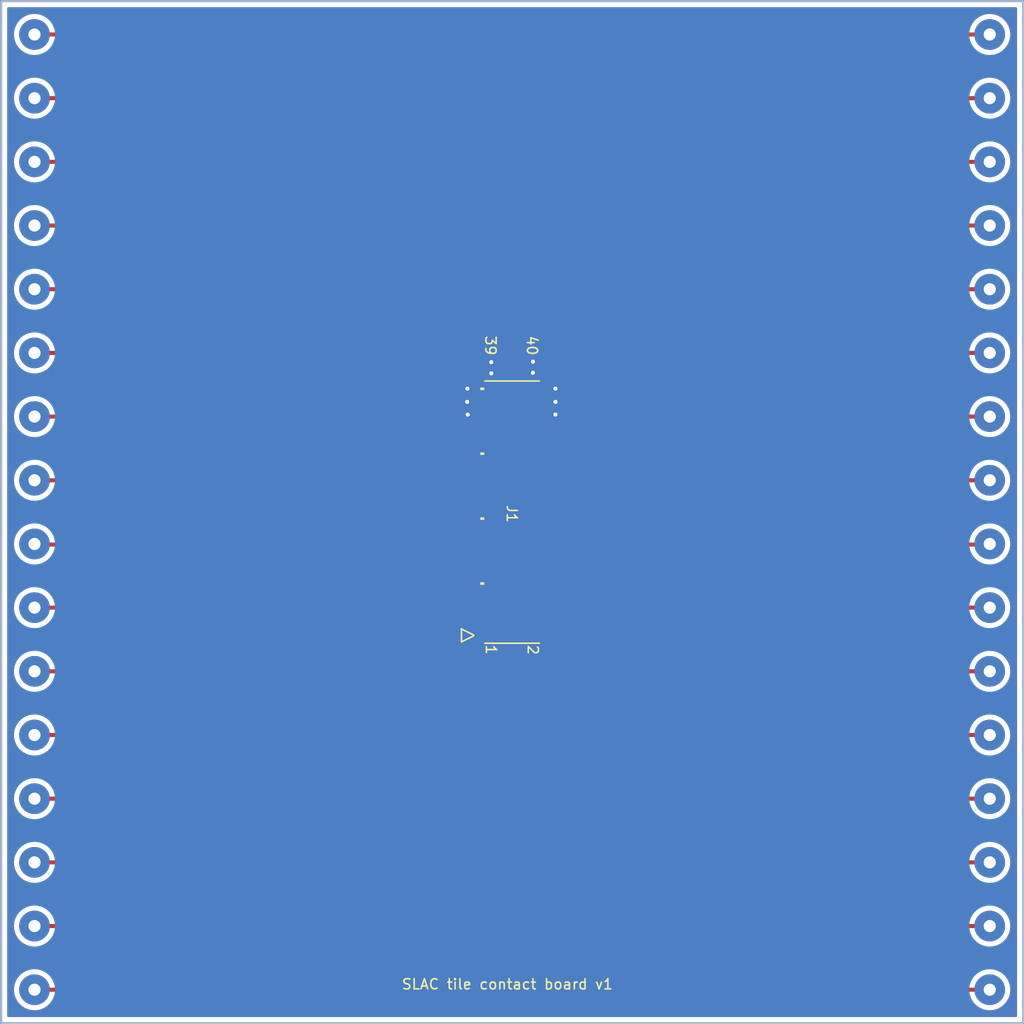
<source format=kicad_pcb>
(kicad_pcb (version 20221018) (generator pcbnew)
  (layers (0 "F.Cu" signal) (31 "B.Cu" signal) (34 "B.Paste" user) (35 "F.Paste" user) (36 "B.SilkS" user "B.Silkscreen") (37 "F.SilkS" user "F.Silkscreen") (38 "B.Mask" user) (39 "F.Mask" user) (44 "Edge.Cuts" user))
  (net 0 "")
  (net 1 "/2.5V_B_0")
  (net 2 "/InB_0")
  (net 3 "/2.5V_A_0")
  (net 4 "/InA_0")
  (net 5 "/2.5V_B_1")
  (net 6 "/InB_1")
  (net 7 "/2.5V_A_1")
  (net 8 "/InA_1")
  (net 9 "/2.5V_B_3")
  (net 10 "/InB_3")
  (net 11 "/2.5V_A_3")
  (net 12 "/InA_3")
  (net 13 "/2.5V_B_2")
  (net 14 "/InB_2")
  (net 15 "/2.5V_A_2")
  (net 16 "/InA_2")
  (net 17 "/2.5V_B_5")
  (net 18 "/InB_5")
  (net 19 "/2.5V_A_5")
  (net 20 "/InA_5")
  (net 21 "/2.5V_B_4")
  (net 22 "/InB_4")
  (net 23 "/2.5V_A_4")
  (net 24 "/InA_4")
  (net 25 "/2.5V_B_7")
  (net 26 "/InB_7")
  (net 27 "/2.5V_A_7")
  (net 28 "/InA_7")
  (net 29 "/2.5V_B_6")
  (net 30 "/InB_6")
  (net 31 "/2.5V_A_6")
  (net 32 "/InA_6")
  (net 33 "GND")
  (footprint "DownloadedParts:MillMax_OmniBall" (layer "F.Cu") (at 53.275 39.505)
    (fp_text reference "H29" hide)
    (fp_text value "MountingHole_Pad" hide)
    (pad "1" thru_hole circle (at 0 0) (size 3 3) (drill 1.19) (layers "*.Cu" "*.Mask") (net 29 "/2.5V_B_6"))
  )
  (footprint "DownloadedParts:MillMax_OmniBall" (layer "F.Cu") (at 146.725 39.505)
    (fp_text reference "H30" hide)
    (fp_text value "MountingHole_Pad" hide)
    (pad "1" thru_hole circle (at 0 0) (size 3 3) (drill 1.19) (layers "*.Cu" "*.Mask") (net 30 "/InB_6"))
  )
  (footprint "DownloadedParts:CON40_2X20_DUK_FTSH_SAI" (layer "F.Cu") (at 100 80 -90)
    (fp_text reference "J1" (at 0.17 0.02 -90 unlocked) (layer "F.SilkS"))
    (fp_text value "FTSH-120-01-L-DV-K")
    (fp_text user "40" (at -16.2968 -1.9556 -90 unlocked) (layer "F.SilkS"))
    (fp_text user "1" (at 13.4466 2.0576 -90 unlocked) (layer "F.SilkS"))
    (fp_text user "39" (at -16.2968 2.1084 -90 unlocked) (layer "F.SilkS"))
    (fp_text user "2" (at 13.472 -2.0318 -90 unlocked) (layer "F.SilkS"))
    (fp_line (start -12.827 -2.667) (end -12.827 2.667) (stroke (width 0.1524)) (layer "F.SilkS"))
    (fp_line (start 11.43 4.95554) (end 12.7 4.95554) (stroke (width 0.1524)) (layer "F.SilkS"))
    (fp_line (start 12.0269 3.76174) (end 11.43 4.95554) (stroke (width 0.1524)) (layer "F.SilkS"))
    (fp_line (start 12.7 4.95554) (end 12.1031 3.76174) (stroke (width 0.1524)) (layer "F.SilkS"))
    (fp_line (start 12.827 2.667) (end 12.827 -2.667) (stroke (width 0.1524)) (layer "F.SilkS"))
    (fp_poly (pts (xy -12.192 2.7305) (xy -12.192 3.1115) (xy -11.938 3.1115) (xy -11.938 2.7305)) (fill solid) (layer "F.SilkS"))
    (fp_poly (pts (xy -5.842 2.7305) (xy -5.842 3.1115) (xy -5.588 3.1115) (xy -5.588 2.7305)) (fill solid) (layer "F.SilkS"))
    (fp_poly (pts (xy 0.508 2.7305) (xy 0.508 3.1115) (xy 0.762 3.1115) (xy 0.762 2.7305)) (fill solid) (layer "F.SilkS"))
    (fp_poly (pts (xy 6.858 2.7305) (xy 6.858 3.1115) (xy 7.112 3.1115) (xy 7.112 2.7305)) (fill solid) (layer "F.SilkS"))
    (pad "1" smd rect (at 12.065 2.032 270) (size 0.762 2.794) (layers "F.Cu" "F.Paste" "F.Mask") (net 1 "/2.5V_B_0"))
    (pad "2" smd rect (at 12.065 -2.032 270) (size 0.762 2.794) (layers "F.Cu" "F.Paste" "F.Mask") (net 2 "/InB_0"))
    (pad "3" smd rect (at 10.795 2.032 270) (size 0.762 2.794) (layers "F.Cu" "F.Paste" "F.Mask") (net 3 "/2.5V_A_0"))
    (pad "4" smd rect (at 10.795 -2.032 270) (size 0.762 2.794) (layers "F.Cu" "F.Paste" "F.Mask") (net 4 "/InA_0"))
    (pad "5" smd rect (at 9.525 2.032 270) (size 0.762 2.794) (layers "F.Cu" "F.Paste" "F.Mask") (net 5 "/2.5V_B_1"))
    (pad "6" smd rect (at 9.525 -2.032 270) (size 0.762 2.794) (layers "F.Cu" "F.Paste" "F.Mask") (net 6 "/InB_1"))
    (pad "7" smd rect (at 8.255 2.032 270) (size 0.762 2.794) (layers "F.Cu" "F.Paste" "F.Mask") (net 7 "/2.5V_A_1"))
    (pad "8" smd rect (at 8.255 -2.032 270) (size 0.762 2.794) (layers "F.Cu" "F.Paste" "F.Mask") (net 8 "/InA_1"))
    (pad "9" smd rect (at 6.985 2.032 270) (size 0.762 2.794) (layers "F.Cu" "F.Paste" "F.Mask") (net 9 "/2.5V_B_3"))
    (pad "10" smd rect (at 6.985 -2.032 270) (size 0.762 2.794) (layers "F.Cu" "F.Paste" "F.Mask") (net 10 "/InB_3"))
    (pad "11" smd rect (at 5.715 2.032 270) (size 0.762 2.794) (layers "F.Cu" "F.Paste" "F.Mask") (net 11 "/2.5V_A_3"))
    (pad "12" smd rect (at 5.715 -2.032 270) (size 0.762 2.794) (layers "F.Cu" "F.Paste" "F.Mask") (net 12 "/InA_3"))
    (pad "13" smd rect (at 4.445 2.032 270) (size 0.762 2.794) (layers "F.Cu" "F.Paste" "F.Mask") (net 13 "/2.5V_B_2"))
    (pad "14" smd rect (at 4.445 -2.032 270) (size 0.762 2.794) (layers "F.Cu" "F.Paste" "F.Mask") (net 14 "/InB_2"))
    (pad "15" smd rect (at 3.175 2.032 270) (size 0.762 2.794) (layers "F.Cu" "F.Paste" "F.Mask") (net 15 "/2.5V_A_2"))
    (pad "16" smd rect (at 3.175 -2.032 270) (size 0.762 2.794) (layers "F.Cu" "F.Paste" "F.Mask") (net 16 "/InA_2"))
    (pad "17" smd rect (at 1.905 2.032 270) (size 0.762 2.794) (layers "F.Cu" "F.Paste" "F.Mask") (net 17 "/2.5V_B_5"))
    (pad "18" smd rect (at 1.905 -2.032 270) (size 0.762 2.794) (layers "F.Cu" "F.Paste" "F.Mask") (net 18 "/InB_5"))
    (pad "19" smd rect (at 0.635 2.032 270) (size 0.762 2.794) (layers "F.Cu" "F.Paste" "F.Mask") (net 19 "/2.5V_A_5"))
    (pad "20" smd rect (at 0.635 -2.032 270) (size 0.762 2.794) (layers "F.Cu" "F.Paste" "F.Mask") (net 20 "/InA_5"))
    (pad "21" smd rect (at -0.635 2.032 270) (size 0.762 2.794) (layers "F.Cu" "F.Paste" "F.Mask") (net 21 "/2.5V_B_4"))
    (pad "22" smd rect (at -0.635 -2.032 270) (size 0.762 2.794) (layers "F.Cu" "F.Paste" "F.Mask") (net 22 "/InB_4"))
    (pad "23" smd rect (at -1.905 2.032 270) (size 0.762 2.794) (layers "F.Cu" "F.Paste" "F.Mask") (net 23 "/2.5V_A_4"))
    (pad "24" smd rect (at -1.905 -2.032 270) (size 0.762 2.794) (layers "F.Cu" "F.Paste" "F.Mask") (net 24 "/InA_4"))
    (pad "25" smd rect (at -3.175 2.032 270) (size 0.762 2.794) (layers "F.Cu" "F.Paste" "F.Mask") (net 25 "/2.5V_B_7"))
    (pad "26" smd rect (at -3.175 -2.032 270) (size 0.762 2.794) (layers "F.Cu" "F.Paste" "F.Mask") (net 26 "/InB_7"))
    (pad "27" smd rect (at -4.445 2.032 270) (size 0.762 2.794) (layers "F.Cu" "F.Paste" "F.Mask") (net 27 "/2.5V_A_7"))
    (pad "28" smd rect (at -4.445 -2.032 270) (size 0.762 2.794) (layers "F.Cu" "F.Paste" "F.Mask") (net 28 "/InA_7"))
    (pad "29" smd rect (at -5.715 2.032 270) (size 0.762 2.794) (layers "F.Cu" "F.Paste" "F.Mask") (net 29 "/2.5V_B_6"))
    (pad "30" smd rect (at -5.715 -2.032 270) (size 0.762 2.794) (layers "F.Cu" "F.Paste" "F.Mask") (net 30 "/InB_6"))
    (pad "31" smd rect (at -6.985 2.032 270) (size 0.762 2.794) (layers "F.Cu" "F.Paste" "F.Mask") (net 31 "/2.5V_A_6"))
    (pad "32" smd rect (at -6.985 -2.032 270) (size 0.762 2.794) (layers "F.Cu" "F.Paste" "F.Mask") (net 32 "/InA_6"))
    (pad "33" smd rect (at -8.255 2.032 270) (size 0.762 2.794) (layers "F.Cu" "F.Paste" "F.Mask") (net 33 "GND"))
    (pad "34" smd rect (at -8.255 -2.032 270) (size 0.762 2.794) (layers "F.Cu" "F.Paste" "F.Mask") (net 33 "GND"))
    (pad "35" smd rect (at -9.525 2.032 270) (size 0.762 2.794) (layers "F.Cu" "F.Paste" "F.Mask") (net 33 "GND"))
    (pad "36" smd rect (at -9.525 -2.032 270) (size 0.762 2.794) (layers "F.Cu" "F.Paste" "F.Mask") (net 33 "GND"))
    (pad "37" smd rect (at -10.795 2.032 270) (size 0.762 2.794) (layers "F.Cu" "F.Paste" "F.Mask") (net 33 "GND"))
    (pad "38" smd rect (at -10.795 -2.032 270) (size 0.762 2.794) (layers "F.Cu" "F.Paste" "F.Mask") (net 33 "GND"))
    (pad "39" smd rect (at -12.065 2.032 270) (size 0.762 2.794) (layers "F.Cu" "F.Paste" "F.Mask") (net 33 "GND"))
    (pad "40" smd rect (at -12.065 -2.032 270) (size 0.762 2.794) (layers "F.Cu" "F.Paste" "F.Mask") (net 33 "GND"))
  )
  (footprint "DownloadedParts:MillMax_OmniBall" (layer "F.Cu") (at 53.275 120.495)
    (fp_text reference "H3" hide)
    (fp_text value "MountingHole_Pad" hide)
    (pad "1" thru_hole circle (at 0 0) (size 3 3) (drill 1.19) (layers "*.Cu" "*.Mask") (net 3 "/2.5V_A_0"))
  )
  (footprint "DownloadedParts:MillMax_OmniBall" (layer "F.Cu") (at 53.275 70.655)
    (fp_text reference "H19" hide)
    (fp_text value "MountingHole_Pad" hide)
    (pad "1" thru_hole circle (at 0 0) (size 3 3) (drill 1.19) (layers "*.Cu" "*.Mask") (net 19 "/2.5V_A_5"))
  )
  (footprint "DownloadedParts:MillMax_OmniBall" (layer "F.Cu") (at 146.725 108.035)
    (fp_text reference "H8" hide)
    (fp_text value "MountingHole_Pad" hide)
    (pad "1" thru_hole circle (at 0 0) (size 3 3) (drill 1.19) (layers "*.Cu" "*.Mask") (net 8 "/InA_1"))
  )
  (footprint "DownloadedParts:MillMax_OmniBall" (layer "F.Cu") (at 146.725 126.725)
    (fp_text reference "H2" hide)
    (fp_text value "MountingHole_Pad" hide)
    (pad "1" thru_hole circle (at 0 0) (size 3 3) (drill 1.19) (layers "*.Cu" "*.Mask") (net 2 "/InB_0"))
  )
  (footprint "DownloadedParts:MillMax_OmniBall" (layer "F.Cu") (at 146.725 114.265)
    (fp_text reference "H6" hide)
    (fp_text value "MountingHole_Pad" hide)
    (pad "1" thru_hole circle (at 0 0) (size 3 3) (drill 1.19) (layers "*.Cu" "*.Mask") (net 6 "/InB_1"))
  )
  (footprint "DownloadedParts:MillMax_OmniBall" (layer "F.Cu") (at 53.275 58.195)
    (fp_text reference "H23" hide)
    (fp_text value "MountingHole_Pad" hide)
    (pad "1" thru_hole circle (at 0 0) (size 3 3) (drill 1.19) (layers "*.Cu" "*.Mask") (net 23 "/2.5V_A_4"))
  )
  (footprint "DownloadedParts:MillMax_OmniBall" (layer "F.Cu") (at 53.275 51.965)
    (fp_text reference "H25" hide)
    (fp_text value "MountingHole_Pad" hide)
    (pad "1" thru_hole circle (at 0 0) (size 3 3) (drill 1.19) (layers "*.Cu" "*.Mask") (net 25 "/2.5V_B_7"))
  )
  (footprint "DownloadedParts:MillMax_OmniBall" (layer "F.Cu") (at 53.275 83.115)
    (fp_text reference "H15" hide)
    (fp_text value "MountingHole_Pad" hide)
    (pad "1" thru_hole circle (at 0 0) (size 3 3) (drill 1.19) (layers "*.Cu" "*.Mask") (net 15 "/2.5V_A_2"))
  )
  (footprint "DownloadedParts:MillMax_OmniBall" (layer "F.Cu") (at 53.275 64.425)
    (fp_text reference "H21" hide)
    (fp_text value "MountingHole_Pad" hide)
    (pad "1" thru_hole circle (at 0 0) (size 3 3) (drill 1.19) (layers "*.Cu" "*.Mask") (net 21 "/2.5V_B_4"))
  )
  (footprint "DownloadedParts:MillMax_OmniBall" (layer "F.Cu") (at 53.275 89.345)
    (fp_text reference "H13" hide)
    (fp_text value "MountingHole_Pad" hide)
    (pad "1" thru_hole circle (at 0 0) (size 3 3) (drill 1.19) (layers "*.Cu" "*.Mask") (net 13 "/2.5V_B_2"))
  )
  (footprint "DownloadedParts:MillMax_OmniBall" (layer "F.Cu") (at 146.725 76.885)
    (fp_text reference "H18" hide)
    (fp_text value "MountingHole_Pad" hide)
    (pad "1" thru_hole circle (at 0 0) (size 3 3) (drill 1.19) (layers "*.Cu" "*.Mask") (net 18 "/InB_5"))
  )
  (footprint "DownloadedParts:MillMax_OmniBall" (layer "F.Cu") (at 146.725 45.735)
    (fp_text reference "H28" hide)
    (fp_text value "MountingHole_Pad" hide)
    (pad "1" thru_hole circle (at 0 0) (size 3 3) (drill 1.19) (layers "*.Cu" "*.Mask") (net 28 "/InA_7"))
  )
  (footprint "DownloadedParts:MillMax_OmniBall" (layer "F.Cu") (at 53.275 101.805)
    (fp_text reference "H9" hide)
    (fp_text value "MountingHole_Pad" hide)
    (pad "1" thru_hole circle (at 0 0) (size 3 3) (drill 1.19) (layers "*.Cu" "*.Mask") (net 9 "/2.5V_B_3"))
  )
  (footprint "DownloadedParts:MillMax_OmniBall" (layer "F.Cu") (at 53.275 95.575)
    (fp_text reference "H11" hide)
    (fp_text value "MountingHole_Pad" hide)
    (pad "1" thru_hole circle (at 0 0) (size 3 3) (drill 1.19) (layers "*.Cu" "*.Mask") (net 11 "/2.5V_A_3"))
  )
  (footprint "DownloadedParts:MillMax_OmniBall" (layer "F.Cu") (at 146.725 120.495)
    (fp_text reference "H4" hide)
    (fp_text value "MountingHole_Pad" hide)
    (pad "1" thru_hole circle (at 0 0) (size 3 3) (drill 1.19) (layers "*.Cu" "*.Mask") (net 4 "/InA_0"))
  )
  (footprint "DownloadedParts:MillMax_OmniBall" (layer "F.Cu") (at 146.725 70.655)
    (fp_text reference "H20" hide)
    (fp_text value "MountingHole_Pad" hide)
    (pad "1" thru_hole circle (at 0 0) (size 3 3) (drill 1.19) (layers "*.Cu" "*.Mask") (net 20 "/InA_5"))
  )
  (footprint "DownloadedParts:MillMax_OmniBall" (layer "F.Cu") (at 146.725 101.805)
    (fp_text reference "H10" hide)
    (fp_text value "MountingHole_Pad" hide)
    (pad "1" thru_hole circle (at 0 0) (size 3 3) (drill 1.19) (layers "*.Cu" "*.Mask") (net 10 "/InB_3"))
  )
  (footprint "DownloadedParts:MillMax_OmniBall" (layer "F.Cu") (at 146.725 51.965)
    (fp_text reference "H26" hide)
    (fp_text value "MountingHole_Pad" hide)
    (pad "1" thru_hole circle (at 0 0) (size 3 3) (drill 1.19) (layers "*.Cu" "*.Mask") (net 26 "/InB_7"))
  )
  (footprint "DownloadedParts:MillMax_OmniBall" (layer "F.Cu") (at 146.725 83.115)
    (fp_text reference "H16" hide)
    (fp_text value "MountingHole_Pad" hide)
    (pad "1" thru_hole circle (at 0 0) (size 3 3) (drill 1.19) (layers "*.Cu" "*.Mask") (net 16 "/InA_2"))
  )
  (footprint "DownloadedParts:MillMax_OmniBall" (layer "F.Cu") (at 53.275 33.275)
    (fp_text reference "H31" hide)
    (fp_text value "MountingHole_Pad" hide)
    (pad "1" thru_hole circle (at 0 0) (size 3 3) (drill 1.19) (layers "*.Cu" "*.Mask") (net 31 "/2.5V_A_6"))
  )
  (footprint "DownloadedParts:MillMax_OmniBall" (layer "F.Cu") (at 53.275 45.735)
    (fp_text reference "H27" hide)
    (fp_text value "MountingHole_Pad" hide)
    (pad "1" thru_hole circle (at 0 0) (size 3 3) (drill 1.19) (layers "*.Cu" "*.Mask") (net 27 "/2.5V_A_7"))
  )
  (footprint "DownloadedParts:MillMax_OmniBall" (layer "F.Cu") (at 53.275 114.265)
    (fp_text reference "H5" hide)
    (fp_text value "MountingHole_Pad" hide)
    (pad "1" thru_hole circle (at 0 0) (size 3 3) (drill 1.19) (layers "*.Cu" "*.Mask") (net 5 "/2.5V_B_1"))
  )
  (footprint "DownloadedParts:MillMax_OmniBall" (layer "F.Cu") (at 146.725 95.575)
    (fp_text reference "H12" hide)
    (fp_text value "MountingHole_Pad" hide)
    (pad "1" thru_hole circle (at 0 0) (size 3 3) (drill 1.19) (layers "*.Cu" "*.Mask") (net 12 "/InA_3"))
  )
  (footprint "DownloadedParts:MillMax_OmniBall" (layer "F.Cu") (at 146.725 89.345)
    (fp_text reference "H14" hide)
    (fp_text value "MountingHole_Pad" hide)
    (pad "1" thru_hole circle (at 0 0) (size 3 3) (drill 1.19) (layers "*.Cu" "*.Mask") (net 14 "/InB_2"))
  )
  (footprint "DownloadedParts:MillMax_OmniBall" (layer "F.Cu") (at 53.275 108.035)
    (fp_text reference "H7" hide)
    (fp_text value "MountingHole_Pad" hide)
    (pad "1" thru_hole circle (at 0 0) (size 3 3) (drill 1.19) (layers "*.Cu" "*.Mask") (net 7 "/2.5V_A_1"))
  )
  (footprint "DownloadedParts:MillMax_OmniBall" (layer "F.Cu") (at 146.725 64.425)
    (fp_text reference "H22" hide)
    (fp_text value "MountingHole_Pad" hide)
    (pad "1" thru_hole circle (at 0 0) (size 3 3) (drill 1.19) (layers "*.Cu" "*.Mask") (net 22 "/InB_4"))
  )
  (footprint "DownloadedParts:MillMax_OmniBall" (layer "F.Cu") (at 146.725 58.195)
    (fp_text reference "H24" hide)
    (fp_text value "MountingHole_Pad" hide)
    (pad "1" thru_hole circle (at 0 0) (size 3 3) (drill 1.19) (layers "*.Cu" "*.Mask") (net 24 "/InA_4"))
  )
  (footprint "DownloadedParts:MillMax_OmniBall" (layer "F.Cu") (at 146.725 33.275)
    (fp_text reference "H32" hide)
    (fp_text value "MountingHole_Pad" hide)
    (pad "1" thru_hole circle (at 0 0) (size 3 3) (drill 1.19) (layers "*.Cu" "*.Mask") (net 32 "/InA_6"))
  )
  (footprint "DownloadedParts:MillMax_OmniBall" (layer "F.Cu") (at 53.275 76.885)
    (fp_text reference "H17" hide)
    (fp_text value "MountingHole_Pad" hide)
    (pad "1" thru_hole circle (at 0 0) (size 3 3) (drill 1.19) (layers "*.Cu" "*.Mask") (net 17 "/2.5V_B_5"))
  )
  (footprint "DownloadedParts:MillMax_OmniBall" (layer "F.Cu") (at 53.275 126.725)
    (fp_text reference "H1" hide)
    (fp_text value "MountingHole_Pad" hide)
    (pad "1" thru_hole circle (at 0 0) (size 3 3) (drill 1.19) (layers "*.Cu" "*.Mask") (net 1 "/2.5V_B_0"))
  )
  (gr_rect (start 94.6658 63.627) (end 105.1814 72.517) (stroke (width 0.2)) (fill none) (layer "F.Cu"))
  (gr_rect (start 50 30) (end 150 130) (stroke (width 0.2)) (fill none) (layer "B.Cu"))
  (gr_rect (start 50 30) (end 150 130) (stroke (width 0.1)) (fill none) (layer "Edge.Cuts"))
  (gr_text "SLAC tile contact board v1\n" (at 89.1286 126.7714) (layer "F.SilkS") (effects (font (size 1 1)) (justify left bottom)))
  (segment (start 61.0572 126.725) (end 53.275 126.725) (width 0.4) (layer "F.Cu") (net 1))
  (segment (start 95.7172 92.065) (end 61.0572 126.725) (width 0.4) (layer "F.Cu") (net 1))
  (segment (start 97.968 92.065) (end 95.7172 92.065) (width 0.4) (layer "F.Cu") (net 1))
  (segment (start 104.257 92.065) (end 138.917 126.725) (width 0.4) (layer "F.Cu") (net 2))
  (segment (start 102.032 92.065) (end 104.257 92.065) (width 0.4) (layer "F.Cu") (net 2))
  (segment (start 138.917 126.725) (end 146.725 126.725) (width 0.4) (layer "F.Cu") (net 2))
  (segment (start 65.6108 120.495) (end 53.275 120.495) (width 0.4) (layer "F.Cu") (net 3))
  (segment (start 95.3108 90.795) (end 65.6108 120.495) (width 0.4) (layer "F.Cu") (net 3))
  (segment (start 97.968 90.795) (end 95.3108 90.795) (width 0.4) (layer "F.Cu") (net 3))
  (segment (start 102.032 90.795) (end 104.638 90.795) (width 0.4) (layer "F.Cu") (net 4))
  (segment (start 104.638 90.795) (end 134.338 120.495) (width 0.4) (layer "F.Cu") (net 4))
  (segment (start 134.338 120.495) (end 146.725 120.495) (width 0.4) (layer "F.Cu") (net 4))
  (segment (start 94.752 89.525) (end 70.012 114.265) (width 0.4) (layer "F.Cu") (net 5))
  (segment (start 70.012 114.265) (end 53.275 114.265) (width 0.4) (layer "F.Cu") (net 5))
  (segment (start 97.968 89.525) (end 94.752 89.525) (width 0.4) (layer "F.Cu") (net 5))
  (segment (start 129.5558 114.265) (end 146.725 114.265) (width 0.4) (layer "F.Cu") (net 6))
  (segment (start 104.8158 89.525) (end 129.5558 114.265) (width 0.4) (layer "F.Cu") (net 6))
  (segment (start 102.032 89.525) (end 104.8158 89.525) (width 0.4) (layer "F.Cu") (net 6))
  (segment (start 97.968 88.255) (end 94.0662 88.255) (width 0.4) (layer "F.Cu") (net 7))
  (segment (start 94.0662 88.255) (end 74.2862 108.035) (width 0.4) (layer "F.Cu") (net 7))
  (segment (start 74.2862 108.035) (end 53.275 108.035) (width 0.4) (layer "F.Cu") (net 7))
  (segment (start 105.1206 88.255) (end 124.9006 108.035) (width 0.4) (layer "F.Cu") (net 8))
  (segment (start 102.032 88.255) (end 105.1206 88.255) (width 0.4) (layer "F.Cu") (net 8))
  (segment (start 124.9006 108.035) (end 146.725 108.035) (width 0.4) (layer "F.Cu") (net 8))
  (segment (start 93.6344 86.985) (end 78.8144 101.805) (width 0.4) (layer "F.Cu") (net 9))
  (segment (start 97.968 86.985) (end 93.6344 86.985) (width 0.4) (layer "F.Cu") (net 9))
  (segment (start 78.8144 101.805) (end 53.275 101.805) (width 0.4) (layer "F.Cu") (net 9))
  (segment (start 102.032 86.985) (end 105.4508 86.985) (width 0.4) (layer "F.Cu") (net 10))
  (segment (start 120.2708 101.805) (end 146.725 101.805) (width 0.4) (layer "F.Cu") (net 10))
  (segment (start 105.4508 86.985) (end 120.2708 101.805) (width 0.4) (layer "F.Cu") (net 10))
  (segment (start 83.4696 95.575) (end 53.275 95.575) (width 0.4) (layer "F.Cu") (net 11))
  (segment (start 93.3296 85.715) (end 83.4696 95.575) (width 0.4) (layer "F.Cu") (net 11))
  (segment (start 97.968 85.715) (end 93.3296 85.715) (width 0.4) (layer "F.Cu") (net 11))
  (segment (start 115.5648 95.575) (end 146.725 95.575) (width 0.4) (layer "F.Cu") (net 12))
  (segment (start 105.7048 85.715) (end 115.5648 95.575) (width 0.4) (layer "F.Cu") (net 12))
  (segment (start 102.032 85.715) (end 105.7048 85.715) (width 0.4) (layer "F.Cu") (net 12))
  (segment (start 97.968 84.445) (end 92.72 84.445) (width 0.4) (layer "F.Cu") (net 13))
  (segment (start 92.72 84.445) (end 87.82 89.345) (width 0.4) (layer "F.Cu") (net 13))
  (segment (start 87.82 89.345) (end 53.275 89.345) (width 0.4) (layer "F.Cu") (net 13))
  (segment (start 110.9858 89.345) (end 146.725 89.345) (width 0.4) (layer "F.Cu") (net 14))
  (segment (start 106.0858 84.445) (end 110.9858 89.345) (width 0.4) (layer "F.Cu") (net 14))
  (segment (start 102.032 84.445) (end 106.0858 84.445) (width 0.4) (layer "F.Cu") (net 14))
  (segment (start 53.335 83.175) (end 53.275 83.115) (width 0.4) (layer "F.Cu") (net 15))
  (segment (start 97.968 83.175) (end 53.335 83.175) (width 0.4) (layer "F.Cu") (net 15))
  (segment (start 102.032 83.175) (end 146.665 83.175) (width 0.4) (layer "F.Cu") (net 16))
  (segment (start 146.665 83.175) (end 146.725 83.115) (width 0.4) (layer "F.Cu") (net 16))
  (segment (start 87.934 76.885) (end 53.275 76.885) (width 0.4) (layer "F.Cu") (net 17))
  (segment (start 92.954 81.905) (end 87.934 76.885) (width 0.4) (layer "F.Cu") (net 17))
  (segment (start 97.968 81.905) (end 92.954 81.905) (width 0.4) (layer "F.Cu") (net 17))
  (segment (start 111.202 76.885) (end 146.725 76.885) (width 0.4) (layer "F.Cu") (net 18))
  (segment (start 102.032 81.905) (end 106.182 81.905) (width 0.4) (layer "F.Cu") (net 18))
  (segment (start 106.182 81.905) (end 111.202 76.885) (width 0.4) (layer "F.Cu") (net 18))
  (segment (start 93.4366 80.635) (end 83.4566 70.655) (width 0.4) (layer "F.Cu") (net 19))
  (segment (start 83.4566 70.655) (end 53.275 70.655) (width 0.4) (layer "F.Cu") (net 19))
  (segment (start 97.968 80.635) (end 93.4366 80.635) (width 0.4) (layer "F.Cu") (net 19))
  (segment (start 102.032 80.635) (end 105.9026 80.635) (width 0.4) (layer "F.Cu") (net 20))
  (segment (start 105.9026 80.635) (end 115.8826 70.655) (width 0.4) (layer "F.Cu") (net 20))
  (segment (start 115.8826 70.655) (end 146.725 70.655) (width 0.4) (layer "F.Cu") (net 20))
  (segment (start 78.8014 64.425) (end 53.275 64.425) (width 0.4) (layer "F.Cu") (net 21))
  (segment (start 93.7414 79.365) (end 78.8014 64.425) (width 0.4) (layer "F.Cu") (net 21))
  (segment (start 97.968 79.365) (end 93.7414 79.365) (width 0.4) (layer "F.Cu") (net 21))
  (segment (start 120.5632 64.425) (end 146.725 64.425) (width 0.4) (layer "F.Cu") (net 22))
  (segment (start 105.6232 79.365) (end 120.5632 64.425) (width 0.4) (layer "F.Cu") (net 22))
  (segment (start 102.032 79.365) (end 105.6232 79.365) (width 0.4) (layer "F.Cu") (net 22))
  (segment (start 97.968 78.095) (end 94.224 78.095) (width 0.4) (layer "F.Cu") (net 23))
  (segment (start 74.324 58.195) (end 53.275 58.195) (width 0.4) (layer "F.Cu") (net 23))
  (segment (start 94.224 78.095) (end 74.324 58.195) (width 0.4) (layer "F.Cu") (net 23))
  (segment (start 105.3946 78.095) (end 125.2946 58.195) (width 0.4) (layer "F.Cu") (net 24))
  (segment (start 102.032 78.095) (end 105.3946 78.095) (width 0.4) (layer "F.Cu") (net 24))
  (segment (start 125.2946 58.195) (end 146.725 58.195) (width 0.4) (layer "F.Cu") (net 24))
  (segment (start 94.5034 76.825) (end 69.6434 51.965) (width 0.4) (layer "F.Cu") (net 25))
  (segment (start 69.6434 51.965) (end 53.275 51.965) (width 0.4) (layer "F.Cu") (net 25))
  (segment (start 97.968 76.825) (end 94.5034 76.825) (width 0.4) (layer "F.Cu") (net 25))
  (segment (start 102.032 76.825) (end 105.1406 76.825) (width 0.4) (layer "F.Cu") (net 26))
  (segment (start 130.0006 51.965) (end 146.725 51.965) (width 0.4) (layer "F.Cu") (net 26))
  (segment (start 105.1406 76.825) (end 130.0006 51.965) (width 0.4) (layer "F.Cu") (net 26))
  (segment (start 94.9606 75.555) (end 65.1406 45.735) (width 0.4) (layer "F.Cu") (net 27))
  (segment (start 97.968 75.555) (end 94.9606 75.555) (width 0.4) (layer "F.Cu") (net 27))
  (segment (start 65.1406 45.735) (end 53.275 45.735) (width 0.4) (layer "F.Cu") (net 27))
  (segment (start 102.032 75.555) (end 104.7596 75.555) (width 0.4) (layer "F.Cu") (net 28))
  (segment (start 134.5796 45.735) (end 146.725 45.735) (width 0.4) (layer "F.Cu") (net 28))
  (segment (start 104.7596 75.555) (end 134.5796 45.735) (width 0.4) (layer "F.Cu") (net 28))
  (segment (start 60.4092 39.505) (end 53.275 39.505) (width 0.4) (layer "F.Cu") (net 29))
  (segment (start 95.1892 74.285) (end 60.4092 39.505) (width 0.4) (layer "F.Cu") (net 29))
  (segment (start 97.968 74.285) (end 95.1892 74.285) (width 0.4) (layer "F.Cu") (net 29))
  (segment (start 102.032 74.285) (end 104.5818 74.285) (width 0.4) (layer "F.Cu") (net 30))
  (segment (start 139.3618 39.505) (end 146.725 39.505) (width 0.4) (layer "F.Cu") (net 30))
  (segment (start 104.5818 74.285) (end 139.3618 39.505) (width 0.4) (layer "F.Cu") (net 30))
  (segment (start 95.5448 73.015) (end 55.8048 33.275) (width 0.4) (layer "F.Cu") (net 31))
  (segment (start 55.8048 33.275) (end 53.275 33.275) (width 0.4) (layer "F.Cu") (net 31))
  (segment (start 97.968 73.015) (end 95.5448 73.015) (width 0.4) (layer "F.Cu") (net 31))
  (segment (start 144.2202 33.275) (end 146.725 33.275) (width 0.4) (layer "F.Cu") (net 32))
  (segment (start 102.032 73.015) (end 104.4802 73.015) (width 0.4) (layer "F.Cu") (net 32))
  (segment (start 104.4802 73.015) (end 144.2202 33.275) (width 0.4) (layer "F.Cu") (net 32))
  (segment (start 102.0826 71.5264) (end 102.032 71.4758) (width 0.4) (layer "F.Cu") (net 33))
  (segment (start 102.032 71.577) (end 102.0826 71.5264) (width 0.4) (layer "F.Cu") (net 33))
  (segment (start 102.032 71.745) (end 102.032 71.577) (width 0.4) (layer "F.Cu") (net 33))
  (via (at 95.631 67.9196) (size 0.8) (drill 0.4) (layers "F.Cu" "B.Cu") (net 33))
  (via (at 97.9678 66.421) (size 0.8) (drill 0.4) (layers "F.Cu" "B.Cu") (net 33))
  (via (at 95.6564 70.4596) (size 0.8) (drill 0.4) (layers "F.Cu" "B.Cu") (net 33))
  (via (at 97.9678 65.3288) (size 0.8) (drill 0.4) (layers "F.Cu" "B.Cu") (net 33))
  (via (at 102.0318 65.278) (size 0.8) (drill 0.4) (layers "F.Cu" "B.Cu") (net 33))
  (via (at 104.2416 69.215) (size 0.8) (drill 0.4) (layers "F.Cu" "B.Cu") (net 33))
  (via (at 102.0318 66.3702) (size 0.8) (drill 0.4) (layers "F.Cu" "B.Cu") (net 33))
  (via (at 95.6056 69.215) (size 0.8) (drill 0.4) (layers "F.Cu" "B.Cu") (net 33))
  (via (at 104.2416 70.4596) (size 0.8) (drill 0.4) (layers "F.Cu" "B.Cu") (net 33))
  (via (at 104.2416 67.9196) (size 0.8) (drill 0.4) (layers "F.Cu" "B.Cu") (net 33))
  (zone (net 33) (net_name "GND") (layer "F.Cu") (priority 1) (connect_pads (clearance 0.5)) (min_thickness 0.25) (fill yes (thermal_gap 0.5) (thermal_bridge_width 0.5))
    (polygon (pts (xy 94.6658 63.627) (xy 105.1814 63.627) (xy 105.1814 72.517) (xy 94.6658 72.517)))
  )
  (zone (net 33) (net_name "GND") (layer "B.Cu") (connect_pads (clearance 0.5)) (min_thickness 0.25) (fill yes (thermal_gap 0.5) (thermal_bridge_width 0.5))
    (polygon (pts (xy 50 30) (xy 150 30) (xy 150 130) (xy 50 130)))
  )
)
</source>
